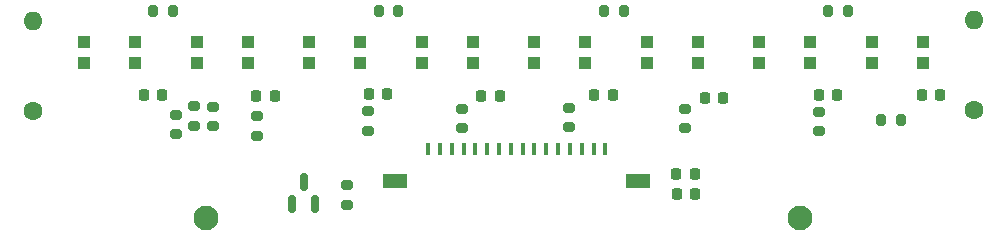
<source format=gbs>
G04 #@! TF.GenerationSoftware,KiCad,Pcbnew,7.0.1*
G04 #@! TF.CreationDate,2023-11-28T21:46:24+01:00*
G04 #@! TF.ProjectId,Qtr-8-SN,5174722d-382d-4534-9e2e-6b696361645f,rev?*
G04 #@! TF.SameCoordinates,Original*
G04 #@! TF.FileFunction,Soldermask,Bot*
G04 #@! TF.FilePolarity,Negative*
%FSLAX46Y46*%
G04 Gerber Fmt 4.6, Leading zero omitted, Abs format (unit mm)*
G04 Created by KiCad (PCBNEW 7.0.1) date 2023-11-28 21:46:24*
%MOMM*%
%LPD*%
G01*
G04 APERTURE LIST*
G04 Aperture macros list*
%AMRoundRect*
0 Rectangle with rounded corners*
0 $1 Rounding radius*
0 $2 $3 $4 $5 $6 $7 $8 $9 X,Y pos of 4 corners*
0 Add a 4 corners polygon primitive as box body*
4,1,4,$2,$3,$4,$5,$6,$7,$8,$9,$2,$3,0*
0 Add four circle primitives for the rounded corners*
1,1,$1+$1,$2,$3*
1,1,$1+$1,$4,$5*
1,1,$1+$1,$6,$7*
1,1,$1+$1,$8,$9*
0 Add four rect primitives between the rounded corners*
20,1,$1+$1,$2,$3,$4,$5,0*
20,1,$1+$1,$4,$5,$6,$7,0*
20,1,$1+$1,$6,$7,$8,$9,0*
20,1,$1+$1,$8,$9,$2,$3,0*%
G04 Aperture macros list end*
%ADD10C,2.100000*%
%ADD11RoundRect,0.200000X-0.275000X0.200000X-0.275000X-0.200000X0.275000X-0.200000X0.275000X0.200000X0*%
%ADD12RoundRect,0.225000X-0.225000X-0.250000X0.225000X-0.250000X0.225000X0.250000X-0.225000X0.250000X0*%
%ADD13R,1.000000X1.000000*%
%ADD14RoundRect,0.200000X0.200000X0.275000X-0.200000X0.275000X-0.200000X-0.275000X0.200000X-0.275000X0*%
%ADD15RoundRect,0.225000X0.225000X0.250000X-0.225000X0.250000X-0.225000X-0.250000X0.225000X-0.250000X0*%
%ADD16RoundRect,0.150000X0.150000X-0.587500X0.150000X0.587500X-0.150000X0.587500X-0.150000X-0.587500X0*%
%ADD17C,1.600000*%
%ADD18O,1.600000X1.600000*%
%ADD19R,0.400000X1.000000*%
%ADD20R,2.000000X1.300000*%
G04 APERTURE END LIST*
D10*
X117776100Y-146795600D03*
X67484100Y-146795600D03*
D11*
X119329200Y-137820400D03*
X119329200Y-139470400D03*
D12*
X81229200Y-136296400D03*
X82779200Y-136296400D03*
D13*
X95242600Y-131894600D03*
X95242600Y-133694600D03*
X99542600Y-133694600D03*
X99542600Y-131894600D03*
D12*
X109702000Y-136601200D03*
X111252000Y-136601200D03*
X62179200Y-136347200D03*
X63729200Y-136347200D03*
D14*
X121779800Y-129286000D03*
X120129800Y-129286000D03*
D11*
X68021200Y-137363200D03*
X68021200Y-139013200D03*
D13*
X123817600Y-131905600D03*
X123817600Y-133705600D03*
X128117600Y-133705600D03*
X128117600Y-131905600D03*
D15*
X108838400Y-144780000D03*
X107288400Y-144780000D03*
D11*
X108000800Y-137554200D03*
X108000800Y-139204200D03*
D12*
X128066800Y-136347200D03*
X129616800Y-136347200D03*
D16*
X75700400Y-143753600D03*
X76650400Y-145628600D03*
X74750400Y-145628600D03*
D14*
X126250200Y-138531600D03*
X124600200Y-138531600D03*
D11*
X98196400Y-137464800D03*
X98196400Y-139114800D03*
D17*
X52832000Y-137718800D03*
D18*
X52832000Y-130098800D03*
D11*
X64871600Y-138050000D03*
X64871600Y-139700000D03*
X81127600Y-137769600D03*
X81127600Y-139419600D03*
D15*
X108813600Y-143103600D03*
X107263600Y-143103600D03*
D14*
X102792800Y-129286000D03*
X101142800Y-129286000D03*
D11*
X89154000Y-137554200D03*
X89154000Y-139204200D03*
D12*
X90766600Y-136448800D03*
X92316600Y-136448800D03*
D14*
X83718400Y-129286000D03*
X82068400Y-129286000D03*
D13*
X114292600Y-131905600D03*
X114292600Y-133705600D03*
X118592600Y-133705600D03*
X118592600Y-131905600D03*
D17*
X132435600Y-137668000D03*
D18*
X132435600Y-130048000D03*
D11*
X66395600Y-137338800D03*
X66395600Y-138988800D03*
D13*
X57142600Y-131905600D03*
X57142600Y-133705600D03*
X61442600Y-133705600D03*
X61442600Y-131905600D03*
X85717600Y-131905600D03*
X85717600Y-133705600D03*
X90017600Y-133705600D03*
X90017600Y-131905600D03*
D12*
X71716600Y-136448800D03*
X73266600Y-136448800D03*
D14*
X64617600Y-129286000D03*
X62967600Y-129286000D03*
D11*
X79400400Y-144018000D03*
X79400400Y-145668000D03*
D19*
X101255600Y-140970000D03*
X100255600Y-140970000D03*
X99255600Y-140970000D03*
X98255600Y-140970000D03*
X97255600Y-140970000D03*
X96255600Y-140970000D03*
X95255600Y-140970000D03*
X94255600Y-140970000D03*
X93255600Y-140970000D03*
X92255600Y-140970000D03*
X91255600Y-140970000D03*
X90255600Y-140970000D03*
X89255600Y-140970000D03*
X88255600Y-140970000D03*
X87255600Y-140970000D03*
X86255600Y-140970000D03*
D20*
X104055600Y-143670000D03*
X83455600Y-143670000D03*
D12*
X100330000Y-136398000D03*
X101880000Y-136398000D03*
X119329200Y-136347200D03*
X120879200Y-136347200D03*
D13*
X76192600Y-131905600D03*
X76192600Y-133705600D03*
X80492600Y-133705600D03*
X80492600Y-131905600D03*
X66667600Y-131905600D03*
X66667600Y-133705600D03*
X70967600Y-133705600D03*
X70967600Y-131905600D03*
D11*
X71729600Y-138176000D03*
X71729600Y-139826000D03*
D13*
X104767600Y-131894600D03*
X104767600Y-133694600D03*
X109067600Y-133694600D03*
X109067600Y-131894600D03*
M02*

</source>
